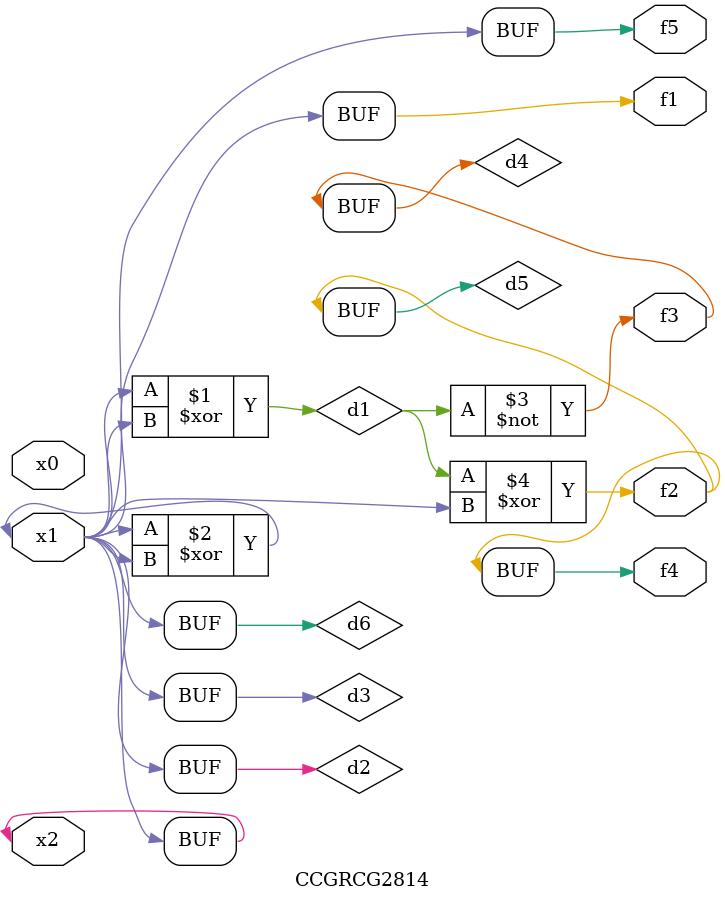
<source format=v>
module CCGRCG2814(
	input x0, x1, x2,
	output f1, f2, f3, f4, f5
);

	wire d1, d2, d3, d4, d5, d6;

	xor (d1, x1, x2);
	buf (d2, x1, x2);
	xor (d3, x1, x2);
	nor (d4, d1);
	xor (d5, d1, d2);
	buf (d6, d2, d3);
	assign f1 = d6;
	assign f2 = d5;
	assign f3 = d4;
	assign f4 = d5;
	assign f5 = d6;
endmodule

</source>
